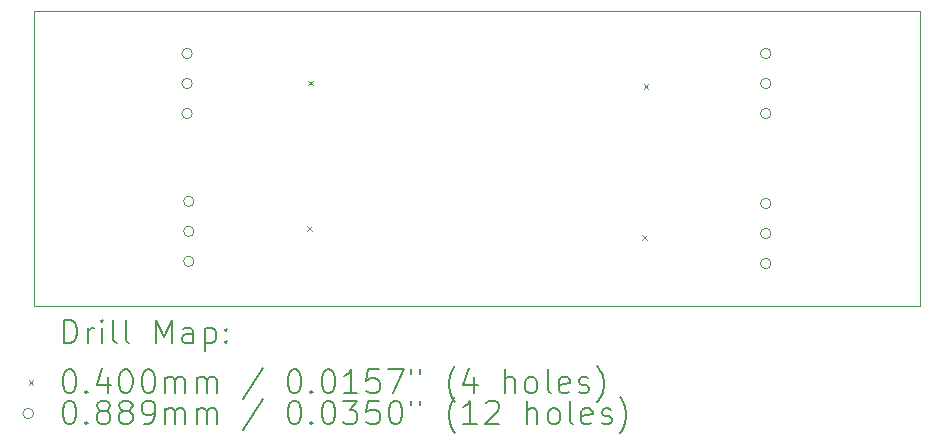
<source format=gbr>
%TF.GenerationSoftware,KiCad,Pcbnew,(6.0.8-1)-1*%
%TF.CreationDate,2023-06-07T12:10:07-04:00*%
%TF.ProjectId,Ecal2.5x2.5cm,4563616c-322e-4357-9832-2e35636d2e6b,rev?*%
%TF.SameCoordinates,Original*%
%TF.FileFunction,Drillmap*%
%TF.FilePolarity,Positive*%
%FSLAX45Y45*%
G04 Gerber Fmt 4.5, Leading zero omitted, Abs format (unit mm)*
G04 Created by KiCad (PCBNEW (6.0.8-1)-1) date 2023-06-07 12:10:07*
%MOMM*%
%LPD*%
G01*
G04 APERTURE LIST*
%ADD10C,0.100000*%
%ADD11C,0.200000*%
%ADD12C,0.040000*%
%ADD13C,0.088900*%
G04 APERTURE END LIST*
D10*
X7500000Y-5000000D02*
X15000000Y-5000000D01*
X15000000Y-5000000D02*
X15000000Y-7500000D01*
X15000000Y-7500000D02*
X7500000Y-7500000D01*
X7500000Y-7500000D02*
X7500000Y-5000000D01*
D11*
D12*
X9810000Y-6820000D02*
X9850000Y-6860000D01*
X9850000Y-6820000D02*
X9810000Y-6860000D01*
X9820000Y-5590000D02*
X9860000Y-5630000D01*
X9860000Y-5590000D02*
X9820000Y-5630000D01*
X12650000Y-6900000D02*
X12690000Y-6940000D01*
X12690000Y-6900000D02*
X12650000Y-6940000D01*
X12660000Y-5620000D02*
X12700000Y-5660000D01*
X12700000Y-5620000D02*
X12660000Y-5660000D01*
D13*
X8839460Y-5360750D02*
G75*
G03*
X8839460Y-5360750I-44450J0D01*
G01*
X8839460Y-5614750D02*
G75*
G03*
X8839460Y-5614750I-44450J0D01*
G01*
X8839460Y-5868750D02*
G75*
G03*
X8839460Y-5868750I-44450J0D01*
G01*
X8854450Y-6612000D02*
G75*
G03*
X8854450Y-6612000I-44450J0D01*
G01*
X8854450Y-6866000D02*
G75*
G03*
X8854450Y-6866000I-44450J0D01*
G01*
X8854450Y-7120000D02*
G75*
G03*
X8854450Y-7120000I-44450J0D01*
G01*
X13739440Y-5361250D02*
G75*
G03*
X13739440Y-5361250I-44450J0D01*
G01*
X13739440Y-5615250D02*
G75*
G03*
X13739440Y-5615250I-44450J0D01*
G01*
X13739440Y-5869250D02*
G75*
G03*
X13739440Y-5869250I-44450J0D01*
G01*
X13739440Y-6631250D02*
G75*
G03*
X13739440Y-6631250I-44450J0D01*
G01*
X13739440Y-6885250D02*
G75*
G03*
X13739440Y-6885250I-44450J0D01*
G01*
X13739440Y-7139250D02*
G75*
G03*
X13739440Y-7139250I-44450J0D01*
G01*
D11*
X7752619Y-7815476D02*
X7752619Y-7615476D01*
X7800238Y-7615476D01*
X7828809Y-7625000D01*
X7847857Y-7644048D01*
X7857381Y-7663095D01*
X7866905Y-7701190D01*
X7866905Y-7729762D01*
X7857381Y-7767857D01*
X7847857Y-7786905D01*
X7828809Y-7805952D01*
X7800238Y-7815476D01*
X7752619Y-7815476D01*
X7952619Y-7815476D02*
X7952619Y-7682143D01*
X7952619Y-7720238D02*
X7962143Y-7701190D01*
X7971667Y-7691667D01*
X7990714Y-7682143D01*
X8009762Y-7682143D01*
X8076428Y-7815476D02*
X8076428Y-7682143D01*
X8076428Y-7615476D02*
X8066905Y-7625000D01*
X8076428Y-7634524D01*
X8085952Y-7625000D01*
X8076428Y-7615476D01*
X8076428Y-7634524D01*
X8200238Y-7815476D02*
X8181190Y-7805952D01*
X8171667Y-7786905D01*
X8171667Y-7615476D01*
X8305000Y-7815476D02*
X8285952Y-7805952D01*
X8276428Y-7786905D01*
X8276428Y-7615476D01*
X8533571Y-7815476D02*
X8533571Y-7615476D01*
X8600238Y-7758333D01*
X8666905Y-7615476D01*
X8666905Y-7815476D01*
X8847857Y-7815476D02*
X8847857Y-7710714D01*
X8838333Y-7691667D01*
X8819286Y-7682143D01*
X8781190Y-7682143D01*
X8762143Y-7691667D01*
X8847857Y-7805952D02*
X8828810Y-7815476D01*
X8781190Y-7815476D01*
X8762143Y-7805952D01*
X8752619Y-7786905D01*
X8752619Y-7767857D01*
X8762143Y-7748809D01*
X8781190Y-7739286D01*
X8828810Y-7739286D01*
X8847857Y-7729762D01*
X8943095Y-7682143D02*
X8943095Y-7882143D01*
X8943095Y-7691667D02*
X8962143Y-7682143D01*
X9000238Y-7682143D01*
X9019286Y-7691667D01*
X9028810Y-7701190D01*
X9038333Y-7720238D01*
X9038333Y-7777381D01*
X9028810Y-7796428D01*
X9019286Y-7805952D01*
X9000238Y-7815476D01*
X8962143Y-7815476D01*
X8943095Y-7805952D01*
X9124048Y-7796428D02*
X9133571Y-7805952D01*
X9124048Y-7815476D01*
X9114524Y-7805952D01*
X9124048Y-7796428D01*
X9124048Y-7815476D01*
X9124048Y-7691667D02*
X9133571Y-7701190D01*
X9124048Y-7710714D01*
X9114524Y-7701190D01*
X9124048Y-7691667D01*
X9124048Y-7710714D01*
D12*
X7455000Y-8125000D02*
X7495000Y-8165000D01*
X7495000Y-8125000D02*
X7455000Y-8165000D01*
D11*
X7790714Y-8035476D02*
X7809762Y-8035476D01*
X7828809Y-8045000D01*
X7838333Y-8054524D01*
X7847857Y-8073571D01*
X7857381Y-8111667D01*
X7857381Y-8159286D01*
X7847857Y-8197381D01*
X7838333Y-8216428D01*
X7828809Y-8225952D01*
X7809762Y-8235476D01*
X7790714Y-8235476D01*
X7771667Y-8225952D01*
X7762143Y-8216428D01*
X7752619Y-8197381D01*
X7743095Y-8159286D01*
X7743095Y-8111667D01*
X7752619Y-8073571D01*
X7762143Y-8054524D01*
X7771667Y-8045000D01*
X7790714Y-8035476D01*
X7943095Y-8216428D02*
X7952619Y-8225952D01*
X7943095Y-8235476D01*
X7933571Y-8225952D01*
X7943095Y-8216428D01*
X7943095Y-8235476D01*
X8124048Y-8102143D02*
X8124048Y-8235476D01*
X8076428Y-8025952D02*
X8028809Y-8168809D01*
X8152619Y-8168809D01*
X8266905Y-8035476D02*
X8285952Y-8035476D01*
X8305000Y-8045000D01*
X8314524Y-8054524D01*
X8324048Y-8073571D01*
X8333571Y-8111667D01*
X8333571Y-8159286D01*
X8324048Y-8197381D01*
X8314524Y-8216428D01*
X8305000Y-8225952D01*
X8285952Y-8235476D01*
X8266905Y-8235476D01*
X8247857Y-8225952D01*
X8238333Y-8216428D01*
X8228809Y-8197381D01*
X8219286Y-8159286D01*
X8219286Y-8111667D01*
X8228809Y-8073571D01*
X8238333Y-8054524D01*
X8247857Y-8045000D01*
X8266905Y-8035476D01*
X8457381Y-8035476D02*
X8476429Y-8035476D01*
X8495476Y-8045000D01*
X8505000Y-8054524D01*
X8514524Y-8073571D01*
X8524048Y-8111667D01*
X8524048Y-8159286D01*
X8514524Y-8197381D01*
X8505000Y-8216428D01*
X8495476Y-8225952D01*
X8476429Y-8235476D01*
X8457381Y-8235476D01*
X8438333Y-8225952D01*
X8428810Y-8216428D01*
X8419286Y-8197381D01*
X8409762Y-8159286D01*
X8409762Y-8111667D01*
X8419286Y-8073571D01*
X8428810Y-8054524D01*
X8438333Y-8045000D01*
X8457381Y-8035476D01*
X8609762Y-8235476D02*
X8609762Y-8102143D01*
X8609762Y-8121190D02*
X8619286Y-8111667D01*
X8638333Y-8102143D01*
X8666905Y-8102143D01*
X8685952Y-8111667D01*
X8695476Y-8130714D01*
X8695476Y-8235476D01*
X8695476Y-8130714D02*
X8705000Y-8111667D01*
X8724048Y-8102143D01*
X8752619Y-8102143D01*
X8771667Y-8111667D01*
X8781190Y-8130714D01*
X8781190Y-8235476D01*
X8876429Y-8235476D02*
X8876429Y-8102143D01*
X8876429Y-8121190D02*
X8885952Y-8111667D01*
X8905000Y-8102143D01*
X8933571Y-8102143D01*
X8952619Y-8111667D01*
X8962143Y-8130714D01*
X8962143Y-8235476D01*
X8962143Y-8130714D02*
X8971667Y-8111667D01*
X8990714Y-8102143D01*
X9019286Y-8102143D01*
X9038333Y-8111667D01*
X9047857Y-8130714D01*
X9047857Y-8235476D01*
X9438333Y-8025952D02*
X9266905Y-8283095D01*
X9695476Y-8035476D02*
X9714524Y-8035476D01*
X9733571Y-8045000D01*
X9743095Y-8054524D01*
X9752619Y-8073571D01*
X9762143Y-8111667D01*
X9762143Y-8159286D01*
X9752619Y-8197381D01*
X9743095Y-8216428D01*
X9733571Y-8225952D01*
X9714524Y-8235476D01*
X9695476Y-8235476D01*
X9676429Y-8225952D01*
X9666905Y-8216428D01*
X9657381Y-8197381D01*
X9647857Y-8159286D01*
X9647857Y-8111667D01*
X9657381Y-8073571D01*
X9666905Y-8054524D01*
X9676429Y-8045000D01*
X9695476Y-8035476D01*
X9847857Y-8216428D02*
X9857381Y-8225952D01*
X9847857Y-8235476D01*
X9838333Y-8225952D01*
X9847857Y-8216428D01*
X9847857Y-8235476D01*
X9981190Y-8035476D02*
X10000238Y-8035476D01*
X10019286Y-8045000D01*
X10028810Y-8054524D01*
X10038333Y-8073571D01*
X10047857Y-8111667D01*
X10047857Y-8159286D01*
X10038333Y-8197381D01*
X10028810Y-8216428D01*
X10019286Y-8225952D01*
X10000238Y-8235476D01*
X9981190Y-8235476D01*
X9962143Y-8225952D01*
X9952619Y-8216428D01*
X9943095Y-8197381D01*
X9933571Y-8159286D01*
X9933571Y-8111667D01*
X9943095Y-8073571D01*
X9952619Y-8054524D01*
X9962143Y-8045000D01*
X9981190Y-8035476D01*
X10238333Y-8235476D02*
X10124048Y-8235476D01*
X10181190Y-8235476D02*
X10181190Y-8035476D01*
X10162143Y-8064048D01*
X10143095Y-8083095D01*
X10124048Y-8092619D01*
X10419286Y-8035476D02*
X10324048Y-8035476D01*
X10314524Y-8130714D01*
X10324048Y-8121190D01*
X10343095Y-8111667D01*
X10390714Y-8111667D01*
X10409762Y-8121190D01*
X10419286Y-8130714D01*
X10428810Y-8149762D01*
X10428810Y-8197381D01*
X10419286Y-8216428D01*
X10409762Y-8225952D01*
X10390714Y-8235476D01*
X10343095Y-8235476D01*
X10324048Y-8225952D01*
X10314524Y-8216428D01*
X10495476Y-8035476D02*
X10628810Y-8035476D01*
X10543095Y-8235476D01*
X10695476Y-8035476D02*
X10695476Y-8073571D01*
X10771667Y-8035476D02*
X10771667Y-8073571D01*
X11066905Y-8311667D02*
X11057381Y-8302143D01*
X11038333Y-8273571D01*
X11028810Y-8254524D01*
X11019286Y-8225952D01*
X11009762Y-8178333D01*
X11009762Y-8140238D01*
X11019286Y-8092619D01*
X11028810Y-8064048D01*
X11038333Y-8045000D01*
X11057381Y-8016428D01*
X11066905Y-8006905D01*
X11228809Y-8102143D02*
X11228809Y-8235476D01*
X11181190Y-8025952D02*
X11133571Y-8168809D01*
X11257381Y-8168809D01*
X11485952Y-8235476D02*
X11485952Y-8035476D01*
X11571667Y-8235476D02*
X11571667Y-8130714D01*
X11562143Y-8111667D01*
X11543095Y-8102143D01*
X11514524Y-8102143D01*
X11495476Y-8111667D01*
X11485952Y-8121190D01*
X11695476Y-8235476D02*
X11676428Y-8225952D01*
X11666905Y-8216428D01*
X11657381Y-8197381D01*
X11657381Y-8140238D01*
X11666905Y-8121190D01*
X11676428Y-8111667D01*
X11695476Y-8102143D01*
X11724048Y-8102143D01*
X11743095Y-8111667D01*
X11752619Y-8121190D01*
X11762143Y-8140238D01*
X11762143Y-8197381D01*
X11752619Y-8216428D01*
X11743095Y-8225952D01*
X11724048Y-8235476D01*
X11695476Y-8235476D01*
X11876428Y-8235476D02*
X11857381Y-8225952D01*
X11847857Y-8206905D01*
X11847857Y-8035476D01*
X12028809Y-8225952D02*
X12009762Y-8235476D01*
X11971667Y-8235476D01*
X11952619Y-8225952D01*
X11943095Y-8206905D01*
X11943095Y-8130714D01*
X11952619Y-8111667D01*
X11971667Y-8102143D01*
X12009762Y-8102143D01*
X12028809Y-8111667D01*
X12038333Y-8130714D01*
X12038333Y-8149762D01*
X11943095Y-8168809D01*
X12114524Y-8225952D02*
X12133571Y-8235476D01*
X12171667Y-8235476D01*
X12190714Y-8225952D01*
X12200238Y-8206905D01*
X12200238Y-8197381D01*
X12190714Y-8178333D01*
X12171667Y-8168809D01*
X12143095Y-8168809D01*
X12124048Y-8159286D01*
X12114524Y-8140238D01*
X12114524Y-8130714D01*
X12124048Y-8111667D01*
X12143095Y-8102143D01*
X12171667Y-8102143D01*
X12190714Y-8111667D01*
X12266905Y-8311667D02*
X12276428Y-8302143D01*
X12295476Y-8273571D01*
X12305000Y-8254524D01*
X12314524Y-8225952D01*
X12324048Y-8178333D01*
X12324048Y-8140238D01*
X12314524Y-8092619D01*
X12305000Y-8064048D01*
X12295476Y-8045000D01*
X12276428Y-8016428D01*
X12266905Y-8006905D01*
D13*
X7495000Y-8409000D02*
G75*
G03*
X7495000Y-8409000I-44450J0D01*
G01*
D11*
X7790714Y-8299476D02*
X7809762Y-8299476D01*
X7828809Y-8309000D01*
X7838333Y-8318524D01*
X7847857Y-8337571D01*
X7857381Y-8375667D01*
X7857381Y-8423286D01*
X7847857Y-8461381D01*
X7838333Y-8480429D01*
X7828809Y-8489952D01*
X7809762Y-8499476D01*
X7790714Y-8499476D01*
X7771667Y-8489952D01*
X7762143Y-8480429D01*
X7752619Y-8461381D01*
X7743095Y-8423286D01*
X7743095Y-8375667D01*
X7752619Y-8337571D01*
X7762143Y-8318524D01*
X7771667Y-8309000D01*
X7790714Y-8299476D01*
X7943095Y-8480429D02*
X7952619Y-8489952D01*
X7943095Y-8499476D01*
X7933571Y-8489952D01*
X7943095Y-8480429D01*
X7943095Y-8499476D01*
X8066905Y-8385190D02*
X8047857Y-8375667D01*
X8038333Y-8366143D01*
X8028809Y-8347095D01*
X8028809Y-8337571D01*
X8038333Y-8318524D01*
X8047857Y-8309000D01*
X8066905Y-8299476D01*
X8105000Y-8299476D01*
X8124048Y-8309000D01*
X8133571Y-8318524D01*
X8143095Y-8337571D01*
X8143095Y-8347095D01*
X8133571Y-8366143D01*
X8124048Y-8375667D01*
X8105000Y-8385190D01*
X8066905Y-8385190D01*
X8047857Y-8394714D01*
X8038333Y-8404238D01*
X8028809Y-8423286D01*
X8028809Y-8461381D01*
X8038333Y-8480429D01*
X8047857Y-8489952D01*
X8066905Y-8499476D01*
X8105000Y-8499476D01*
X8124048Y-8489952D01*
X8133571Y-8480429D01*
X8143095Y-8461381D01*
X8143095Y-8423286D01*
X8133571Y-8404238D01*
X8124048Y-8394714D01*
X8105000Y-8385190D01*
X8257381Y-8385190D02*
X8238333Y-8375667D01*
X8228809Y-8366143D01*
X8219286Y-8347095D01*
X8219286Y-8337571D01*
X8228809Y-8318524D01*
X8238333Y-8309000D01*
X8257381Y-8299476D01*
X8295476Y-8299476D01*
X8314524Y-8309000D01*
X8324048Y-8318524D01*
X8333571Y-8337571D01*
X8333571Y-8347095D01*
X8324048Y-8366143D01*
X8314524Y-8375667D01*
X8295476Y-8385190D01*
X8257381Y-8385190D01*
X8238333Y-8394714D01*
X8228809Y-8404238D01*
X8219286Y-8423286D01*
X8219286Y-8461381D01*
X8228809Y-8480429D01*
X8238333Y-8489952D01*
X8257381Y-8499476D01*
X8295476Y-8499476D01*
X8314524Y-8489952D01*
X8324048Y-8480429D01*
X8333571Y-8461381D01*
X8333571Y-8423286D01*
X8324048Y-8404238D01*
X8314524Y-8394714D01*
X8295476Y-8385190D01*
X8428810Y-8499476D02*
X8466905Y-8499476D01*
X8485952Y-8489952D01*
X8495476Y-8480429D01*
X8514524Y-8451857D01*
X8524048Y-8413762D01*
X8524048Y-8337571D01*
X8514524Y-8318524D01*
X8505000Y-8309000D01*
X8485952Y-8299476D01*
X8447857Y-8299476D01*
X8428810Y-8309000D01*
X8419286Y-8318524D01*
X8409762Y-8337571D01*
X8409762Y-8385190D01*
X8419286Y-8404238D01*
X8428810Y-8413762D01*
X8447857Y-8423286D01*
X8485952Y-8423286D01*
X8505000Y-8413762D01*
X8514524Y-8404238D01*
X8524048Y-8385190D01*
X8609762Y-8499476D02*
X8609762Y-8366143D01*
X8609762Y-8385190D02*
X8619286Y-8375667D01*
X8638333Y-8366143D01*
X8666905Y-8366143D01*
X8685952Y-8375667D01*
X8695476Y-8394714D01*
X8695476Y-8499476D01*
X8695476Y-8394714D02*
X8705000Y-8375667D01*
X8724048Y-8366143D01*
X8752619Y-8366143D01*
X8771667Y-8375667D01*
X8781190Y-8394714D01*
X8781190Y-8499476D01*
X8876429Y-8499476D02*
X8876429Y-8366143D01*
X8876429Y-8385190D02*
X8885952Y-8375667D01*
X8905000Y-8366143D01*
X8933571Y-8366143D01*
X8952619Y-8375667D01*
X8962143Y-8394714D01*
X8962143Y-8499476D01*
X8962143Y-8394714D02*
X8971667Y-8375667D01*
X8990714Y-8366143D01*
X9019286Y-8366143D01*
X9038333Y-8375667D01*
X9047857Y-8394714D01*
X9047857Y-8499476D01*
X9438333Y-8289952D02*
X9266905Y-8547095D01*
X9695476Y-8299476D02*
X9714524Y-8299476D01*
X9733571Y-8309000D01*
X9743095Y-8318524D01*
X9752619Y-8337571D01*
X9762143Y-8375667D01*
X9762143Y-8423286D01*
X9752619Y-8461381D01*
X9743095Y-8480429D01*
X9733571Y-8489952D01*
X9714524Y-8499476D01*
X9695476Y-8499476D01*
X9676429Y-8489952D01*
X9666905Y-8480429D01*
X9657381Y-8461381D01*
X9647857Y-8423286D01*
X9647857Y-8375667D01*
X9657381Y-8337571D01*
X9666905Y-8318524D01*
X9676429Y-8309000D01*
X9695476Y-8299476D01*
X9847857Y-8480429D02*
X9857381Y-8489952D01*
X9847857Y-8499476D01*
X9838333Y-8489952D01*
X9847857Y-8480429D01*
X9847857Y-8499476D01*
X9981190Y-8299476D02*
X10000238Y-8299476D01*
X10019286Y-8309000D01*
X10028810Y-8318524D01*
X10038333Y-8337571D01*
X10047857Y-8375667D01*
X10047857Y-8423286D01*
X10038333Y-8461381D01*
X10028810Y-8480429D01*
X10019286Y-8489952D01*
X10000238Y-8499476D01*
X9981190Y-8499476D01*
X9962143Y-8489952D01*
X9952619Y-8480429D01*
X9943095Y-8461381D01*
X9933571Y-8423286D01*
X9933571Y-8375667D01*
X9943095Y-8337571D01*
X9952619Y-8318524D01*
X9962143Y-8309000D01*
X9981190Y-8299476D01*
X10114524Y-8299476D02*
X10238333Y-8299476D01*
X10171667Y-8375667D01*
X10200238Y-8375667D01*
X10219286Y-8385190D01*
X10228810Y-8394714D01*
X10238333Y-8413762D01*
X10238333Y-8461381D01*
X10228810Y-8480429D01*
X10219286Y-8489952D01*
X10200238Y-8499476D01*
X10143095Y-8499476D01*
X10124048Y-8489952D01*
X10114524Y-8480429D01*
X10419286Y-8299476D02*
X10324048Y-8299476D01*
X10314524Y-8394714D01*
X10324048Y-8385190D01*
X10343095Y-8375667D01*
X10390714Y-8375667D01*
X10409762Y-8385190D01*
X10419286Y-8394714D01*
X10428810Y-8413762D01*
X10428810Y-8461381D01*
X10419286Y-8480429D01*
X10409762Y-8489952D01*
X10390714Y-8499476D01*
X10343095Y-8499476D01*
X10324048Y-8489952D01*
X10314524Y-8480429D01*
X10552619Y-8299476D02*
X10571667Y-8299476D01*
X10590714Y-8309000D01*
X10600238Y-8318524D01*
X10609762Y-8337571D01*
X10619286Y-8375667D01*
X10619286Y-8423286D01*
X10609762Y-8461381D01*
X10600238Y-8480429D01*
X10590714Y-8489952D01*
X10571667Y-8499476D01*
X10552619Y-8499476D01*
X10533571Y-8489952D01*
X10524048Y-8480429D01*
X10514524Y-8461381D01*
X10505000Y-8423286D01*
X10505000Y-8375667D01*
X10514524Y-8337571D01*
X10524048Y-8318524D01*
X10533571Y-8309000D01*
X10552619Y-8299476D01*
X10695476Y-8299476D02*
X10695476Y-8337571D01*
X10771667Y-8299476D02*
X10771667Y-8337571D01*
X11066905Y-8575667D02*
X11057381Y-8566143D01*
X11038333Y-8537571D01*
X11028810Y-8518524D01*
X11019286Y-8489952D01*
X11009762Y-8442333D01*
X11009762Y-8404238D01*
X11019286Y-8356619D01*
X11028810Y-8328048D01*
X11038333Y-8309000D01*
X11057381Y-8280428D01*
X11066905Y-8270905D01*
X11247857Y-8499476D02*
X11133571Y-8499476D01*
X11190714Y-8499476D02*
X11190714Y-8299476D01*
X11171667Y-8328048D01*
X11152619Y-8347095D01*
X11133571Y-8356619D01*
X11324048Y-8318524D02*
X11333571Y-8309000D01*
X11352619Y-8299476D01*
X11400238Y-8299476D01*
X11419286Y-8309000D01*
X11428809Y-8318524D01*
X11438333Y-8337571D01*
X11438333Y-8356619D01*
X11428809Y-8385190D01*
X11314524Y-8499476D01*
X11438333Y-8499476D01*
X11676428Y-8499476D02*
X11676428Y-8299476D01*
X11762143Y-8499476D02*
X11762143Y-8394714D01*
X11752619Y-8375667D01*
X11733571Y-8366143D01*
X11705000Y-8366143D01*
X11685952Y-8375667D01*
X11676428Y-8385190D01*
X11885952Y-8499476D02*
X11866905Y-8489952D01*
X11857381Y-8480429D01*
X11847857Y-8461381D01*
X11847857Y-8404238D01*
X11857381Y-8385190D01*
X11866905Y-8375667D01*
X11885952Y-8366143D01*
X11914524Y-8366143D01*
X11933571Y-8375667D01*
X11943095Y-8385190D01*
X11952619Y-8404238D01*
X11952619Y-8461381D01*
X11943095Y-8480429D01*
X11933571Y-8489952D01*
X11914524Y-8499476D01*
X11885952Y-8499476D01*
X12066905Y-8499476D02*
X12047857Y-8489952D01*
X12038333Y-8470905D01*
X12038333Y-8299476D01*
X12219286Y-8489952D02*
X12200238Y-8499476D01*
X12162143Y-8499476D01*
X12143095Y-8489952D01*
X12133571Y-8470905D01*
X12133571Y-8394714D01*
X12143095Y-8375667D01*
X12162143Y-8366143D01*
X12200238Y-8366143D01*
X12219286Y-8375667D01*
X12228809Y-8394714D01*
X12228809Y-8413762D01*
X12133571Y-8432810D01*
X12305000Y-8489952D02*
X12324048Y-8499476D01*
X12362143Y-8499476D01*
X12381190Y-8489952D01*
X12390714Y-8470905D01*
X12390714Y-8461381D01*
X12381190Y-8442333D01*
X12362143Y-8432810D01*
X12333571Y-8432810D01*
X12314524Y-8423286D01*
X12305000Y-8404238D01*
X12305000Y-8394714D01*
X12314524Y-8375667D01*
X12333571Y-8366143D01*
X12362143Y-8366143D01*
X12381190Y-8375667D01*
X12457381Y-8575667D02*
X12466905Y-8566143D01*
X12485952Y-8537571D01*
X12495476Y-8518524D01*
X12505000Y-8489952D01*
X12514524Y-8442333D01*
X12514524Y-8404238D01*
X12505000Y-8356619D01*
X12495476Y-8328048D01*
X12485952Y-8309000D01*
X12466905Y-8280428D01*
X12457381Y-8270905D01*
M02*

</source>
